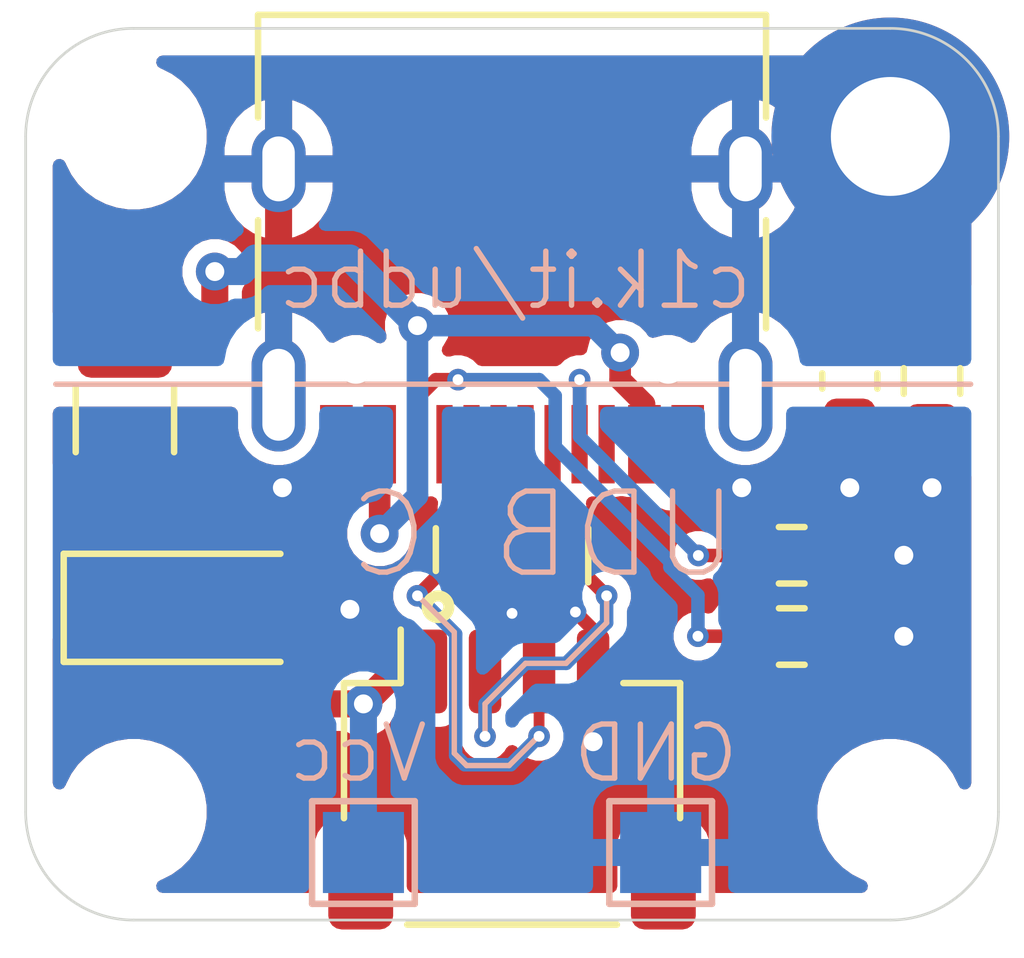
<source format=kicad_pcb>
(kicad_pcb (version 20241229) (generator "pcbnew") (generator_version "9.0")
  (layers (0 "F.Cu" signal) (4 "In1.Cu" signal) (6 "In2.Cu" signal) (2 "B.Cu" signal) (13 "F.Paste" user) (15 "B.Paste" user) (5 "F.SilkS" user "F.Silkscreen") (7 "B.SilkS" user "B.Silkscreen") (1 "F.Mask" user) (3 "B.Mask" user) (25 "Edge.Cuts" user))
  (net 0 "")
  (net 1 "Earth")
  (net 2 "GND")
  (net 3 "Net-(J2-CC2)")
  (net 5 "Net-(J2-CC1)")
  (net 7 "VBUS")
  (net 8 "VCC")
  (net 9 "D+")
  (net 10 "D-")
  (footprint "Resistor_SMD:R_0603_1608Metric" (layer "F.Cu") (at 108.175 47.75)
    (property "Reference" "R1" (hide yes))
    (property "Value" "5.1K" (hide yes))
    (fp_line (start -0.237258 -0.5225) (end 0.237258 -0.5225) (stroke (width 0.12)) (layer "F.SilkS"))
    (fp_line (start -0.237258 0.5225) (end 0.237258 0.5225) (stroke (width 0.12)) (layer "F.SilkS"))
    (pad "1" smd roundrect (at -0.825 0) (size 0.8 0.95) (layers "F.Cu" "F.Mask" "F.Paste") (net 5 "Net-(J2-CC1)"))
    (pad "2" smd roundrect (at 0.825 0) (size 0.8 0.95) (layers "F.Cu" "F.Mask" "F.Paste") (net 2 "GND"))
  )
  (footprint "Resistor_SMD:R_0603_1608Metric" (layer "F.Cu") (at 108.176528 49.25322)
    (property "Reference" "R2" (hide yes))
    (property "Value" "5.1K" (hide yes))
    (fp_line (start -0.237258 -0.5225) (end 0.237258 -0.5225) (stroke (width 0.12)) (layer "F.SilkS"))
    (fp_line (start -0.237258 0.5225) (end 0.237258 0.5225) (stroke (width 0.12)) (layer "F.SilkS"))
    (pad "1" smd roundrect (at -0.825 0) (size 0.8 0.95) (layers "F.Cu" "F.Mask" "F.Paste") (net 3 "Net-(J2-CC2)"))
    (pad "2" smd roundrect (at 0.825 0) (size 0.8 0.95) (layers "F.Cu" "F.Mask" "F.Paste") (net 2 "GND"))
  )
  (footprint "PCM_SparkFun-Semiconductor-Standard:UFDFN-10_2.5x1.0mm_P0.5mm" (layer "F.Cu") (at 103 47.75 90)
    (property "Reference" "U1" (hide yes))
    (property "Value" "TPD4E05U06DQAR" (hide yes))
    (fp_line (start 0.5 -1.41) (end -0.29 -1.41) (stroke (width 0.12)) (layer "F.SilkS"))
    (fp_line (start 0.5 1.41) (end -0.5 1.41) (stroke (width 0.12)) (layer "F.SilkS"))
    (fp_circle (center -0.9525 -1.37) (end -0.8525 -1.37) (stroke (width 0.2032)) (fill no) (layer "F.SilkS"))
    (pad "1" smd roundrect (at -0.385 -1) (size 0.3 0.55) (layers "F.Cu" "F.Mask" "F.Paste") (net 9 "D+"))
    (pad "2" smd roundrect (at -0.385 -0.5) (size 0.3 0.55) (layers "F.Cu" "F.Mask" "F.Paste") (net 10 "D-"))
    (pad "3" smd roundrect (at -0.385 0) (size 0.3 0.55) (layers "F.Cu" "F.Mask" "F.Paste") (net 2 "GND"))
    (pad "4" smd roundrect (at -0.385 0.5) (size 0.3 0.55) (layers "F.Cu" "F.Mask" "F.Paste") (net 9 "D+"))
    (pad "5" smd roundrect (at -0.385 1) (size 0.3 0.55) (layers "F.Cu" "F.Mask" "F.Paste") (net 10 "D-"))
    (pad "6" smd roundrect (at 0.385 1) (size 0.3 0.55) (layers "F.Cu" "F.Mask" "F.Paste") (net 10 "D-"))
    (pad "7" smd roundrect (at 0.385 0.5) (size 0.3 0.55) (layers "F.Cu" "F.Mask" "F.Paste") (net 9 "D+"))
    (pad "8" smd roundrect (at 0.385 0) (size 0.3 0.55) (layers "F.Cu" "F.Mask" "F.Paste") (net 2 "GND"))
    (pad "9" smd roundrect (at 0.385 -0.5) (size 0.3 0.55) (layers "F.Cu" "F.Mask" "F.Paste") (net 10 "D-"))
    (pad "10" smd roundrect (at 0.385 -1) (size 0.3 0.55) (layers "F.Cu" "F.Mask" "F.Paste") (net 9 "D+"))
  )
  (footprint "MountingHole:MountingHole_2.2mm_M2" (layer "F.Cu") (at 96 52.5)
    (property "Reference" "H3" (hide yes))
    (property "Value" "MountingHole" (hide yes))
    (pad "" np_thru_hole circle (at 0 0) (size 2.2 2.2) (drill 2.2) (layers "*.Cu" "*.Mask"))
  )
  (footprint "Fuse:Fuse_1206_3216Metric" (layer "F.Cu") (at 95.836191 45.239984 -90)
    (property "Reference" "F1" (hide yes))
    (property "Value" "ASMD1206-150" (hide yes))
    (fp_line (start -0.602064 0.91) (end 0.602064 0.91) (stroke (width 0.12)) (layer "F.SilkS"))
    (fp_line (start -0.602064 -0.91) (end 0.602064 -0.91) (stroke (width 0.12)) (layer "F.SilkS"))
    (pad "1" smd roundrect (at -1.4 0 270) (size 1.25 1.75) (layers "F.Cu" "F.Mask" "F.Paste") (roundrect_rratio 0.2) (net 7 "VBUS"))
    (pad "2" smd roundrect (at 1.4 0 270) (size 1.25 1.75) (layers "F.Cu" "F.Mask" "F.Paste") (roundrect_rratio 0.2) (net 8 "VCC"))
  )
  (footprint "Connector_JST:JST_SH_SM04B-SRSS-TB_1x04-1MP_P1.00mm_Horizontal" (layer "F.Cu") (at 103 51.9)
    (property "Reference" "J1" (hide yes))
    (property "Value" "SM04B-SRSS-TB(LF)(SN)" (hide yes))
    (fp_line (start -3.11 -1.785) (end -2.06 -1.785) (stroke (width 0.12)) (layer "F.SilkS"))
    (fp_line (start -3.11 0.715) (end -3.11 -1.785) (stroke (width 0.12)) (layer "F.SilkS"))
    (fp_line (start -2.06 -1.785) (end -2.06 -2.775) (stroke (width 0.12)) (layer "F.SilkS"))
    (fp_line (start -1.94 2.685) (end 1.94 2.685) (stroke (width 0.12)) (layer "F.SilkS"))
    (fp_line (start 3.11 -1.785) (end 2.06 -1.785) (stroke (width 0.12)) (layer "F.SilkS"))
    (fp_line (start 3.11 0.715) (end 3.11 -1.785) (stroke (width 0.12)) (layer "F.SilkS"))
    (pad "1" smd roundrect (at -1.5 -2) (size 0.6 1.55) (layers "F.Cu" "F.Mask" "F.Paste") (net 8 "VCC"))
    (pad "2" smd roundrect (at -0.5 -2) (size 0.6 1.55) (layers "F.Cu" "F.Mask" "F.Paste") (net 10 "D-"))
    (pad "3" smd roundrect (at 0.5 -2) (size 0.6 1.55) (layers "F.Cu" "F.Mask" "F.Paste") (net 9 "D+"))
    (pad "4" smd roundrect (at 1.5 -2) (size 0.6 1.55) (layers "F.Cu" "F.Mask" "F.Paste") (net 2 "GND"))
    (pad "MP" smd roundrect (at -2.8 1.875) (size 1.2 1.8) (layers "F.Cu" "F.Mask" "F.Paste") (roundrect_rratio 0.208333))
    (pad "MP" smd roundrect (at 2.8 1.875) (size 1.2 1.8) (layers "F.Cu" "F.Mask" "F.Paste") (roundrect_rratio 0.208333))
  )
  (footprint "Resistor_SMD:R_0603_1608Metric" (layer "F.Cu") (at 110.770956 44.525583 -90)
    (property "Reference" "R3" (hide yes))
    (property "Value" "1M" (hide yes))
    (fp_line (start -0.237258 0.5225) (end 0.237258 0.5225) (stroke (width 0.12)) (layer "F.SilkS"))
    (fp_line (start -0.237258 -0.5225) (end 0.237258 -0.5225) (stroke (width 0.12)) (layer "F.SilkS"))
    (pad "1" smd roundrect (at -0.825 0 270) (size 0.8 0.95) (layers "F.Cu" "F.Mask" "F.Paste") (net 1 "Earth"))
    (pad "2" smd roundrect (at 0.825 0 270) (size 0.8 0.95) (layers "F.Cu" "F.Mask" "F.Paste") (net 2 "GND"))
  )
  (footprint "Connector_USB:USB_C_Receptacle_HRO_TYPE-C-31-M-12" (layer "F.Cu") (at 103 41.65 180)
    (property "Reference" "J2" (hide yes))
    (property "Value" "USB_C_Receptacle" (hide yes))
    (fp_line (start 4.7 2) (end 4.7 3.9) (stroke (width 0.12)) (layer "F.SilkS"))
    (fp_line (start 4.7 -1.9) (end 4.7 0.1) (stroke (width 0.12)) (layer "F.SilkS"))
    (fp_line (start -4.7 3.9) (end 4.7 3.9) (stroke (width 0.12)) (layer "F.SilkS"))
    (fp_line (start -4.7 2) (end -4.7 3.9) (stroke (width 0.12)) (layer "F.SilkS"))
    (fp_line (start -4.7 -1.9) (end -4.7 0.1) (stroke (width 0.12)) (layer "F.SilkS"))
    (pad "" np_thru_hole circle (at -2.89 -2.6 180) (size 0.65 0.65) (drill 0.65) (layers "*.Cu" "*.Mask"))
    (pad "" np_thru_hole circle (at 2.89 -2.6 180) (size 0.65 0.65) (drill 0.65) (layers "*.Cu" "*.Mask"))
    (pad "A1" smd rect (at -3.25 -4.045 180) (size 0.6 1.45) (layers "F.Cu" "F.Mask" "F.Paste") (net 2 "GND"))
    (pad "A4" smd rect (at -2.45 -4.045 180) (size 0.6 1.45) (layers "F.Cu" "F.Mask" "F.Paste") (net 7 "VBUS"))
    (pad "A5" smd rect (at -1.25 -4.045 180) (size 0.3 1.45) (layers "F.Cu" "F.Mask" "F.Paste") (net 5 "Net-(J2-CC1)"))
    (pad "A6" smd rect (at -0.25 -4.045 180) (size 0.3 1.45) (layers "F.Cu" "F.Mask" "F.Paste") (net 9 "D+"))
    (pad "A7" smd rect (at 0.25 -4.045 180) (size 0.3 1.45) (layers "F.Cu" "F.Mask" "F.Paste") (net 10 "D-"))
    (pad "A8" smd rect (at 1.25 -4.045 180) (size 0.3 1.45) (layers "F.Cu" "F.Mask" "F.Paste"))
    (pad "A9" smd rect (at 2.45 -4.045 180) (size 0.6 1.45) (layers "F.Cu" "F.Mask" "F.Paste") (net 7 "VBUS"))
    (pad "A12" smd rect (at 3.25 -4.045 180) (size 0.6 1.45) (layers "F.Cu" "F.Mask" "F.Paste") (net 2 "GND"))
    (pad "B1" smd rect (at 3.25 -4.045 180) (size 0.6 1.45) (layers "F.Cu" "F.Mask" "F.Paste") (net 2 "GND"))
    (pad "B4" smd rect (at 2.45 -4.045 180) (size 0.6 1.45) (layers "F.Cu" "F.Mask" "F.Paste") (net 7 "VBUS"))
    (pad "B5" smd rect (at 1.75 -4.045 180) (size 0.3 1.45) (layers "F.Cu" "F.Mask" "F.Paste") (net 3 "Net-(J2-CC2)"))
    (pad "B6" smd rect (at 0.75 -4.045 180) (size 0.3 1.45) (layers "F.Cu" "F.Mask" "F.Paste") (net 9 "D+"))
    (pad "B7" smd rect (at -0.75 -4.045 180) (size 0.3 1.45) (layers "F.Cu" "F.Mask" "F.Paste") (net 10 "D-"))
    (pad "B8" smd rect (at -1.75 -4.045 180) (size 0.3 1.45) (layers "F.Cu" "F.Mask" "F.Paste"))
    (pad "B9" smd rect (at -2.45 -4.045 180) (size 0.6 1.45) (layers "F.Cu" "F.Mask" "F.Paste") (net 7 "VBUS"))
    (pad "B12" smd rect (at -3.25 -4.045 180) (size 0.6 1.45) (layers "F.Cu" "F.Mask" "F.Paste") (net 2 "GND"))
    (pad "S1" thru_hole oval (at -4.32 -3.13 180) (size 1 2.1) (drill oval 0.6 1.7) (property pad_prop_heatsink) (layers "*.Cu" "*.Mask") (net 1 "Earth"))
    (pad "S1" thru_hole oval (at -4.32 1.05 180) (size 1 1.6) (drill oval 0.6 1.2) (property pad_prop_heatsink) (layers "*.Cu" "*.Mask") (net 1 "Earth"))
    (pad "S1" thru_hole oval (at 4.32 -3.13 180) (size 1 2.1) (drill oval 0.6 1.7) (property pad_prop_heatsink) (layers "*.Cu" "*.Mask") (net 1 "Earth"))
    (pad "S1" thru_hole oval (at 4.32 1.05 180) (size 1 1.6) (drill oval 0.6 1.2) (property pad_prop_heatsink) (layers "*.Cu" "*.Mask") (net 1 "Earth"))
  )
  (footprint "Diode_SMD:D_SOD-123" (layer "F.Cu") (at 97.063695 48.722722)
    (property "Reference" "D1" (hide yes))
    (property "Value" "SMF9.0CA" (hide yes))
    (fp_line (start -2.36 -1) (end -2.36 1) (stroke (width 0.12)) (layer "F.SilkS"))
    (fp_line (start -2.36 -1) (end 1.65 -1) (stroke (width 0.12)) (layer "F.SilkS"))
    (fp_line (start -2.36 1) (end 1.65 1) (stroke (width 0.12)) (layer "F.SilkS"))
    (pad "1" smd roundrect (at -1.65 0) (size 0.9 1.2) (layers "F.Cu" "F.Mask" "F.Paste") (net 8 "VCC"))
    (pad "2" smd roundrect (at 1.65 0) (size 0.9 1.2) (layers "F.Cu" "F.Mask" "F.Paste") (net 2 "GND"))
  )
  (footprint "MountingHole:MountingHole_2.2mm_M2" (layer "F.Cu") (at 96 40)
    (property "Reference" "H2" (hide yes))
    (property "Value" "MountingHole" (hide yes))
    (pad "" np_thru_hole circle (at 0 0) (size 2.2 2.2) (drill 2.2) (layers "*.Cu" "*.Mask"))
  )
  (footprint "Capacitor_SMD:C_0603_1608Metric" (layer "F.Cu") (at 109.25 44.525 -90)
    (property "Reference" "C1" (hide yes))
    (property "Value" "4.7uF" (hide yes))
    (fp_line (start -0.14058 0.51) (end 0.14058 0.51) (stroke (width 0.12)) (layer "F.SilkS"))
    (fp_line (start -0.14058 -0.51) (end 0.14058 -0.51) (stroke (width 0.12)) (layer "F.SilkS"))
    (pad "1" smd roundrect (at -0.775 0 270) (size 0.9 0.95) (layers "F.Cu" "F.Mask" "F.Paste") (net 1 "Earth"))
    (pad "2" smd roundrect (at 0.775 0 270) (size 0.9 0.95) (layers "F.Cu" "F.Mask" "F.Paste") (net 2 "GND"))
  )
  (footprint "MountingHole:MountingHole_2.2mm_M2" (layer "F.Cu") (at 110 52.5)
    (property "Reference" "H4" (hide yes))
    (property "Value" "MountingHole" (hide yes))
    (pad "" np_thru_hole circle (at 0 0) (size 2.2 2.2) (drill 2.2) (layers "*.Cu" "*.Mask"))
  )
  (footprint "MountingHole:MountingHole_2.2mm_M2_Pad" (layer "F.Cu") (at 110 40)
    (property "Reference" "H1" (hide yes))
    (property "Value" "MountingHole_Pad" (hide yes))
    (pad "1" thru_hole circle (at 0 0) (size 4.4 4.4) (drill 2.2) (layers "*.Cu" "*.Mask") (net 1 "Earth"))
  )
  (footprint "TestPoint:TestPoint_Pad_1.5x1.5mm" (layer "B.Cu") (at 105.75 53.25 180)
    (property "Reference" "TP-Gnd1" (hide yes))
    (property "Value" "TestPoint" (hide yes))
    (fp_line (start 0.95 0.95) (end 0.95 -0.95) (stroke (width 0.12)) (layer "B.SilkS"))
    (fp_line (start 0.95 -0.95) (end -0.95 -0.95) (stroke (width 0.12)) (layer "B.SilkS"))
    (fp_line (start -0.95 0.95) (end 0.95 0.95) (stroke (width 0.12)) (layer "B.SilkS"))
    (fp_line (start -0.95 -0.95) (end -0.95 0.95) (stroke (width 0.12)) (layer "B.SilkS"))
    (pad "1" smd rect (at 0 0 180) (size 1.5 1.5) (layers "B.Cu" "B.Mask") (net 2 "GND"))
  )
  (footprint "TestPoint:TestPoint_Pad_1.5x1.5mm" (layer "B.Cu") (at 100.25 53.25 180)
    (property "Reference" "TP-Vcc1" (hide yes))
    (property "Value" "TestPoint" (hide yes))
    (fp_line (start 0.95 0.95) (end 0.95 -0.95) (stroke (width 0.12)) (layer "B.SilkS"))
    (fp_line (start 0.95 -0.95) (end -0.95 -0.95) (stroke (width 0.12)) (layer "B.SilkS"))
    (fp_line (start -0.95 0.95) (end 0.95 0.95) (stroke (width 0.12)) (layer "B.SilkS"))
    (fp_line (start -0.95 -0.95) (end -0.95 0.95) (stroke (width 0.12)) (layer "B.SilkS"))
    (pad "1" smd rect (at 0 0 180) (size 1.5 1.5) (layers "B.Cu" "B.Mask") (net 8 "VCC"))
  )
  (gr_line (start 104.75 48.5) (end 104.75 49) (stroke (width 0.1)) (layer "B.SilkS"))
  (gr_line (start 104.75 49) (end 104 49.75) (stroke (width 0.1)) (layer "B.SilkS"))
  (gr_line (start 104 49.75) (end 103.25 49.75) (stroke (width 0.1)) (layer "B.SilkS"))
  (gr_line (start 101.931272 51.413081) (end 102.158602 51.640411) (stroke (width 0.1)) (layer "B.SilkS"))
  (gr_line (start 94.558115 44.584445) (end 111.485931 44.584445) (stroke (width 0.1)) (layer "B.SilkS"))
  (gr_line (start 102.5 50.5) (end 102.5 51.1) (stroke (width 0.1)) (layer "B.SilkS"))
  (gr_line (start 103.25 49.75) (end 102.5 50.5) (stroke (width 0.1)) (layer "B.SilkS"))
  (gr_line (start 101.25457 48.494803) (end 101.931272 49.171505) (stroke (width 0.1)) (layer "B.SilkS"))
  (gr_line (start 101.931272 49.171505) (end 101.931272 51.413081) (stroke (width 0.1)) (layer "B.SilkS"))
  (gr_line (start 102.158602 51.640411) (end 102.946325 51.640411) (stroke (width 0.1)) (layer "B.SilkS"))
  (gr_line (start 102.946325 51.640411) (end 103.490859 51.095877) (stroke (width 0.1)) (layer "B.SilkS"))
  (gr_arc (start 94 40) (mid 94.585786 38.585786) (end 96 38) (stroke (width 0.05)) (layer "Edge.Cuts"))
  (gr_line (start 94 40) (end 94 52.5) (stroke (width 0.05)) (layer "Edge.Cuts"))
  (gr_arc (start 110 38) (mid 111.414214 38.585786) (end 112 40) (stroke (width 0.05)) (layer "Edge.Cuts"))
  (gr_line (start 110 54.5) (end 96 54.5) (stroke (width 0.05)) (layer "Edge.Cuts"))
  (gr_arc (start 96 54.5) (mid 94.585786 53.914214) (end 94 52.5) (stroke (width 0.05)) (layer "Edge.Cuts"))
  (gr_arc (start 112 52.5) (mid 111.414214 53.914214) (end 110 54.5) (stroke (width 0.05)) (layer "Edge.Cuts"))
  (gr_line (start 110 38) (end 96 38) (stroke (width 0.05)) (layer "Edge.Cuts"))
  (gr_line (start 112 40) (end 112 52.5) (stroke (width 0.05)) (layer "Edge.Cuts"))
  (gr_text "UDB C" (at 107.25 48.25 0) (layer "B.SilkS") (effects (font (size 1.5 1.5) (thickness 0.1)) (justify left bottom mirror)))
  (gr_text "Vcc\n" (at 101.5 52 0) (layer "B.SilkS") (effects (font (size 1 1) (thickness 0.1)) (justify left bottom mirror)))
  (gr_text "c1k.it/udbc" (at 107.5 43.25 0) (layer "B.SilkS") (effects (font (size 1 1) (thickness 0.1)) (justify left bottom mirror)))
  (gr_text "GND\n" (at 107.25 52 0) (layer "B.SilkS") (effects (font (size 1 1) (thickness 0.1)) (justify left bottom mirror)))
  (segment (start 104.5 49.12664) (end 104.173143 48.799783) (width 0.25) (layer "F.Cu") (net 2))
  (segment (start 98.713695 48.722722) (end 99.972722 48.722722) (width 0.4) (layer "F.Cu") (net 2))
  (segment (start 110.770956 45.350583) (end 110.770956 46.479044) (width 0.25) (layer "F.Cu") (net 2))
  (segment (start 109.001528 49.25322) (end 110.24678 49.25322) (width 0.25) (layer "F.Cu") (net 2))
  (segment (start 98.75 46.5) (end 99.75 46.5) (width 0.4) (layer "F.Cu") (net 2))
  (segment (start 104.5 49.9) (end 104.5 49.12664) (width 0.25) (layer "F.Cu") (net 2))
  (segment (start 109 47.75) (end 110.25 47.75) (width 0.25) (layer "F.Cu") (net 2))
  (segment (start 104.5 49.9) (end 104.5 51.2) (width 0.4) (layer "F.Cu") (net 2))
  (segment (start 110.770956 46.479044) (end 110.75 46.5) (width 0.25) (layer "F.Cu") (net 2))
  (segment (start 109.25 45.3) (end 109.25 46.5) (width 0.25) (layer "F.Cu") (net 2))
  (segment (start 104.5 49.330808) (end 104.5 49.9) (width 0.2) (layer "F.Cu") (net 2))
  (segment (start 99.972722 48.722722) (end 100 48.75) (width 0.4) (layer "F.Cu") (net 2))
  (segment (start 107.25 46.5) (end 106.25 46.5) (width 0.4) (layer "F.Cu") (net 2))
  (segment (start 103 47.365) (end 103 48.825) (width 0.25) (layer "F.Cu") (net 2))
  (segment (start 99.75 46.5) (end 99.75 45.695) (width 0.4) (layer "F.Cu") (net 2))
  (segment (start 110.24678 49.25322) (end 110.25 49.25) (width 0.25) (layer "F.Cu") (net 2))
  (segment (start 106.25 46.5) (end 106.25 45.695) (width 0.4) (layer "F.Cu") (net 2))
  (via (at 107.25 46.5) (size 0.7) (drill 0.35) (layers "F.Cu" "B.Cu") (net 2))
  (via (at 104.5 51.2) (size 0.7) (drill 0.35) (layers "F.Cu" "B.Cu") (net 2))
  (via (at 110.25 47.75) (size 0.7) (drill 0.35) (layers "F.Cu" "B.Cu") (net 2))
  (via (at 104.173143 48.799783) (size 0.4) (drill 0.2) (layers "F.Cu" "B.Cu") (net 2))
  (via (at 98.75 46.5) (size 0.7) (drill 0.35) (layers "F.Cu" "B.Cu") (net 2))
  (via (at 110.25 49.25) (size 0.7) (drill 0.35) (layers "F.Cu" "B.Cu") (net 2))
  (via (at 109.25 46.5) (size 0.7) (drill 0.35) (layers "F.Cu" "B.Cu") (net 2))
  (via (at 103 48.825) (size 0.4) (drill 0.2) (layers "F.Cu" "B.Cu") (net 2))
  (via (at 100 48.75) (size 0.7) (drill 0.35) (layers "F.Cu" "B.Cu") (net 2))
  (via (at 110.770956 46.5) (size 0.7) (drill 0.35) (layers "F.Cu" "B.Cu") (net 2))
  (segment (start 107.348308 49.25) (end 107.351528 49.25322) (width 0.2) (layer "F.Cu") (net 3))
  (segment (start 101.25 44.840721) (end 101.590721 44.5) (width 0.25) (layer "F.Cu") (net 3))
  (segment (start 101.25 45.695) (end 101.25 44.840721) (width 0.25) (layer "F.Cu") (net 3))
  (segment (start 107.346101 49.247793) (end 107.351528 49.25322) (width 0.25) (layer "F.Cu") (net 3))
  (segment (start 106.43974 49.247793) (end 107.346101 49.247793) (width 0.25) (layer "F.Cu") (net 3))
  (segment (start 101.590721 44.5) (end 102 44.5) (width 0.25) (layer "F.Cu") (net 3))
  (segment (start 106.43974 49.247793) (end 106.441947 49.25) (width 0.2) (layer "F.Cu") (net 3))
  (via (at 106.43974 49.247793) (size 0.4) (drill 0.2) (layers "F.Cu" "B.Cu") (net 3))
  (via (at 102 44.5) (size 0.4) (drill 0.2) (layers "F.Cu" "B.Cu") (net 3))
  (segment (start 106.224911 48.275089) (end 106.229615 48.279792) (width 0.25) (layer "B.Cu") (net 3))
  (segment (start 103.799 44.799) (end 103.799 45.74311) (width 0.25) (layer "B.Cu") (net 3))
  (segment (start 105.921492 47.971669) (end 106.224911 48.275089) (width 0.25) (layer "B.Cu") (net 3))
  (segment (start 103.799 45.74311) (end 105.921492 47.865602) (width 0.25) (layer "B.Cu") (net 3))
  (segment (start 103.5 44.5) (end 103.799 44.799) (width 0.25) (layer "B.Cu") (net 3))
  (segment (start 106.43974 49.247793) (end 106.43974 48.489918) (width 0.25) (layer "B.Cu") (net 3))
  (segment (start 105.921492 47.865602) (end 105.921492 47.971669) (width 0.25) (layer "B.Cu") (net 3))
  (segment (start 106.43974 48.489918) (end 106.224911 48.275089) (width 0.25) (layer "B.Cu") (net 3))
  (segment (start 102 44.5) (end 103.5 44.5) (width 0.25) (layer "B.Cu") (net 3))
  (segment (start 107.346208 47.753792) (end 107.35 47.75) (width 0.25) (layer "F.Cu") (net 5))
  (segment (start 104.25 44.5) (end 104.25 45.695) (width 0.25) (layer "F.Cu") (net 5))
  (segment (start 106.447492 47.753792) (end 107.346208 47.753792) (width 0.25) (layer "F.Cu") (net 5))
  (via (at 106.447492 47.753792) (size 0.4) (drill 0.2) (layers "F.Cu" "B.Cu") (net 5))
  (via (at 104.25 44.5) (size 0.4) (drill 0.2) (layers "F.Cu" "B.Cu") (net 5))
  (segment (start 104.25 45.5563) (end 106.447492 47.753792) (width 0.25) (layer "B.Cu") (net 5))
  (segment (start 104.25 44.5) (end 104.25 45.5563) (width 0.25) (layer "B.Cu") (net 5))
  (segment (start 100.55 47.349927) (end 100.549855 47.350072) (width 0.4) (layer "F.Cu") (net 7))
  (segment (start 97.5 43.25) (end 97.5 42.5) (width 0.5) (layer "F.Cu") (net 7))
  (segment (start 100.55 45.695) (end 100.55 47.349927) (width 0.4) (layer "F.Cu") (net 7))
  (segment (start 95.836191 43.839984) (end 96.910016 43.839984) (width 0.5) (layer "F.Cu") (net 7))
  (segment (start 105 44.5) (end 105 44) (width 0.4) (layer "F.Cu") (net 7))
  (segment (start 105.45 45.695) (end 105.45 44.95) (width 0.4) (layer "F.Cu") (net 7))
  (segment (start 105.45 44.95) (end 105 44.5) (width 0.4) (layer "F.Cu") (net 7))
  (segment (start 96.910016 43.839984) (end 97.5 43.25) (width 0.5) (layer "F.Cu") (net 7))
  (via (at 97.5 42.5) (size 0.7) (drill 0.35) (layers "F.Cu" "B.Cu") (net 7))
  (via (at 100.549855 47.350072) (size 0.7) (drill 0.35) (layers "F.Cu" "B.Cu") (net 7))
  (via (at 105 44) (size 0.7) (drill 0.35) (layers "F.Cu" "B.Cu") (net 7))
  (via (at 101.25 43.5) (size 0.7) (drill 0.35) (layers "F.Cu" "B.Cu") (net 7))
  (segment (start 100 42.25) (end 101.25 43.5) (width 0.5) (layer "B.Cu") (net 7))
  (segment (start 104.5 43.5) (end 105 44) (width 0.4) (layer "B.Cu") (net 7))
  (segment (start 100.549855 47.350072) (end 101.25 46.649927) (width 0.4) (layer "B.Cu") (net 7))
  (segment (start 98 42.5) (end 98.25 42.25) (width 0.5) (layer "B.Cu") (net 7))
  (segment (start 101.25 46.649927) (end 101.25 43.5) (width 0.4) (layer "B.Cu") (net 7))
  (segment (start 97.5 42.5) (end 98 42.5) (width 0.5) (layer "B.Cu") (net 7))
  (segment (start 98.25 42.25) (end 100 42.25) (width 0.5) (layer "B.Cu") (net 7))
  (segment (start 101.25 43.5) (end 104.5 43.5) (width 0.4) (layer "B.Cu") (net 7))
  (segment (start 95.836191 47.413384) (end 95.386106 47.863469) (width 0.5) (layer "F.Cu") (net 8))
  (segment (start 98.5 50.5) (end 100.25 50.5) (width 0.5) (layer "F.Cu") (net 8))
  (segment (start 95.413695 49.377701) (end 95.413695 48.722722) (width 0.5) (layer "F.Cu") (net 8))
  (segment (start 95.386106 47.863469) (end 95.386106 48.695133) (width 0.5) (layer "F.Cu") (net 8))
  (segment (start 101.5 49.9) (end 100.85 49.9) (width 0.5) (layer "F.Cu") (net 8))
  (segment (start 95.686163 49.650169) (end 95.413695 49.377701) (width 0.5) (layer "F.Cu") (net 8))
  (segment (start 97.650169 49.650169) (end 95.686163 49.650169) (width 0.5) (layer "F.Cu") (net 8))
  (segment (start 95.836191 46.639984) (end 95.836191 47.413384) (width 0.5) (layer "F.Cu") (net 8))
  (segment (start 98.5 50.5) (end 97.650169 49.650169) (width 0.5) (layer "F.Cu") (net 8))
  (segment (start 100.85 49.9) (end 100.25 50.5) (width 0.5) (layer "F.Cu") (net 8))
  (segment (start 95.386106 48.695133) (end 95.413695 48.722722) (width 0.5) (layer "F.Cu") (net 8))
  (via (at 100.25 50.5) (size 0.7) (drill 0.35) (layers "F.Cu" "B.Cu") (net 8))
  (segment (start 100.25 50.5) (end 100.25 53.25) (width 0.5) (layer "B.Cu") (net 8))
  (segment (start 102.25 45.695) (end 102.25 46.633012) (width 0.25) (layer "F.Cu") (net 9))
  (segment (start 102.25 46.633012) (end 102 46.883012) (width 0.25) (layer "F.Cu") (net 9))
  (segment (start 103.5 47.365) (end 103.5 48.135) (width 0.25) (layer "F.Cu") (net 9))
  (segment (start 103.526 49.874) (end 103.5 49.9) (width 0.25) (layer "F.Cu") (net 9))
  (segment (start 103.25 45.695) (end 103.25 46.770822) (width 0.25) (layer "F.Cu") (net 9))
  (segment (start 103.5 48.5) (end 103.526 48.526) (width 0.25) (layer "F.Cu") (net 9))
  (segment (start 103.5 48.135) (end 103.5 48.5) (width 0.25) (layer "F.Cu") (net 9))
  (segment (start 102 47.365) (end 102 48.135) (width 0.25) (layer "F.Cu") (net 9))
  (segment (start 101.615 48.135) (end 101.25 48.5) (width 0.25) (layer "F.Cu") (net 9))
  (segment (start 103.25 46.770822) (end 103.5 47.020822) (width 0.25) (layer "F.Cu") (net 9))
  (segment (start 103.5 47.020822) (end 103.5 47.365) (width 0.25) (layer "F.Cu") (net 9))
  (segment (start 102 46.883012) (end 102 47.365) (width 0.25) (layer "F.Cu") (net 9))
  (segment (start 103.526 48.526) (end 103.526 49.874) (width 0.25) (layer "F.Cu") (net 9))
  (segment (start 103.5 51) (end 103.5 49.9) (width 0.2) (layer "F.Cu") (net 9))
  (segment (start 102 48.135) (end 101.615 48.135) (width 0.25) (layer "F.Cu") (net 9))
  (via (at 103.5 51.1) (size 0.4) (drill 0.2) (layers "F.Cu" "B.Cu") (net 9))
  (via (at 101.25 48.5) (size 0.4) (drill 0.2) (layers "F.Cu" "B.Cu") (net 9))
  (segment (start 101.95633 51.45633) (end 102.126 51.626) (width 0.25) (layer "B.Cu") (net 9))
  (segment (start 101.95633 49.20633) (end 101.95633 51.45633) (width 0.25) (layer "B.Cu") (net 9))
  (segment (start 101.25 48.5) (end 101.95633 49.20633) (width 0.25) (layer "B.Cu") (net 9))
  (segment (start 102.126 51.626) (end 102.974 51.626) (width 0.25) (layer "B.Cu") (net 9))
  (segment (start 102.974 51.626) (end 103.5 51.1) (width 0.25) (layer "B.Cu") (net 9))
  (segment (start 104 48.135) (end 104.385 48.135) (width 0.25) (layer "F.Cu") (net 10))
  (segment (start 104.385 48.135) (end 104.75 48.5) (width 0.25) (layer "F.Cu") (net 10))
  (segment (start 102.75 46.770822) (end 102.5 47.020822) (width 0.25) (layer "F.Cu") (net 10))
  (segment (start 102.474 48.607123) (end 102.474 49.874) (width 0.25) (layer "F.Cu") (net 10))
  (segment (start 103.75 45.695) (end 103.75 46.633012) (width 0.25) (layer "F.Cu") (net 10))
  (segment (start 104 46.883012) (end 104 47.365) (width 0.25) (layer "F.Cu") (net 10))
  (segment (start 102.5 47.020822) (end 102.5 47.365) (width 0.25) (layer "F.Cu") (net 10))
  (segment (start 102.5 48.135) (end 102.5 48.581123) (width 0.25) (layer "F.Cu") (net 10))
  (segment (start 102.5 48.581123) (end 102.474 48.607123) (width 0.25) (layer "F.Cu") (net 10))
  (segment (start 104 47.365) (end 104 48.135) (width 0.25) (layer "F.Cu") (net 10))
  (segment (start 103.75 46.633012) (end 104 46.883012) (width 0.25) (layer "F.Cu") (net 10))
  (segment (start 102.5 47.365) (end 102.5 48.135) (width 0.25) (layer "F.Cu") (net 10))
  (segment (start 102.474 49.874) (end 102.5 49.9) (width 0.25) (layer "F.Cu") (net 10))
  (segment (start 102.5 51.1) (end 102.5 49.9) (width 0.25) (layer "F.Cu") (net 10))
  (segment (start 102.75 45.695) (end 102.75 46.770822) (width 0.25) (layer "F.Cu") (net 10))
  (via (at 104.75 48.5) (size 0.4) (drill 0.2) (layers "F.Cu" "B.Cu") (net 10))
  (via (at 102.5 51.1) (size 0.4) (drill 0.2) (layers "F.Cu" "B.Cu") (net 10))
  (segment (start 104 49.75) (end 104.75 49) (width 0.25) (layer "B.Cu") (net 10))
  (segment (start 102.5 50.5) (end 103.25 49.75) (width 0.25) (layer "B.Cu") (net 10))
  (segment (start 102.5 51.1) (end 102.5 50.5) (width 0.25) (layer "B.Cu") (net 10))
  (segment (start 104.75 48.5) (end 104.75 49) (width 0.25) (layer "B.Cu") (net 10))
  (segment (start 103.25 49.75) (end 104 49.75) (width 0.25) (layer "B.Cu") (net 10))
  (zone (net 1) (net_name "Earth") (layers "F.Cu" "B.Cu" "In1.Cu" "In2.Cu") (name "Earth") (connect_pads (clearance 0.25)) (min_thickness 0.25) (fill yes (thermal_gap 0.5) (thermal_bridge_width 0.5))
    (polygon (pts (xy 112 38) (xy 94 38) (xy 94 44.25) (xy 112 44.25)))
  )
  (zone (net 2) (net_name "GND") (layers "F.Cu" "B.Cu" "In1.Cu" "In2.Cu") (name "GND") (priority 1) (connect_pads (clearance 0.25)) (min_thickness 0.25) (fill yes (thermal_gap 0.5) (thermal_bridge_width 0.5))
    (polygon (pts (xy 112 45) (xy 112 54.5) (xy 94 54.5) (xy 94 45)))
  )
)
</source>
